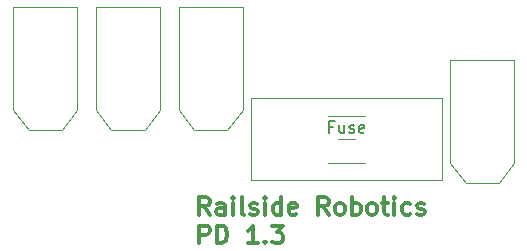
<source format=gbr>
%TF.GenerationSoftware,KiCad,Pcbnew,8.0.5*%
%TF.CreationDate,2024-12-04T12:45:57-05:00*%
%TF.ProjectId,RailsidePDB,5261696c-7369-4646-9550-44422e6b6963,rev?*%
%TF.SameCoordinates,Original*%
%TF.FileFunction,Legend,Top*%
%TF.FilePolarity,Positive*%
%FSLAX46Y46*%
G04 Gerber Fmt 4.6, Leading zero omitted, Abs format (unit mm)*
G04 Created by KiCad (PCBNEW 8.0.5) date 2024-12-04 12:45:57*
%MOMM*%
%LPD*%
G01*
G04 APERTURE LIST*
%ADD10C,0.300000*%
%ADD11C,0.150000*%
%ADD12C,0.120000*%
G04 APERTURE END LIST*
D10*
X85411653Y-81385912D02*
X84911653Y-80671626D01*
X84554510Y-81385912D02*
X84554510Y-79885912D01*
X84554510Y-79885912D02*
X85125939Y-79885912D01*
X85125939Y-79885912D02*
X85268796Y-79957341D01*
X85268796Y-79957341D02*
X85340225Y-80028769D01*
X85340225Y-80028769D02*
X85411653Y-80171626D01*
X85411653Y-80171626D02*
X85411653Y-80385912D01*
X85411653Y-80385912D02*
X85340225Y-80528769D01*
X85340225Y-80528769D02*
X85268796Y-80600198D01*
X85268796Y-80600198D02*
X85125939Y-80671626D01*
X85125939Y-80671626D02*
X84554510Y-80671626D01*
X86697368Y-81385912D02*
X86697368Y-80600198D01*
X86697368Y-80600198D02*
X86625939Y-80457341D01*
X86625939Y-80457341D02*
X86483082Y-80385912D01*
X86483082Y-80385912D02*
X86197368Y-80385912D01*
X86197368Y-80385912D02*
X86054510Y-80457341D01*
X86697368Y-81314484D02*
X86554510Y-81385912D01*
X86554510Y-81385912D02*
X86197368Y-81385912D01*
X86197368Y-81385912D02*
X86054510Y-81314484D01*
X86054510Y-81314484D02*
X85983082Y-81171626D01*
X85983082Y-81171626D02*
X85983082Y-81028769D01*
X85983082Y-81028769D02*
X86054510Y-80885912D01*
X86054510Y-80885912D02*
X86197368Y-80814484D01*
X86197368Y-80814484D02*
X86554510Y-80814484D01*
X86554510Y-80814484D02*
X86697368Y-80743055D01*
X87411653Y-81385912D02*
X87411653Y-80385912D01*
X87411653Y-79885912D02*
X87340225Y-79957341D01*
X87340225Y-79957341D02*
X87411653Y-80028769D01*
X87411653Y-80028769D02*
X87483082Y-79957341D01*
X87483082Y-79957341D02*
X87411653Y-79885912D01*
X87411653Y-79885912D02*
X87411653Y-80028769D01*
X88340225Y-81385912D02*
X88197368Y-81314484D01*
X88197368Y-81314484D02*
X88125939Y-81171626D01*
X88125939Y-81171626D02*
X88125939Y-79885912D01*
X88840225Y-81314484D02*
X88983082Y-81385912D01*
X88983082Y-81385912D02*
X89268796Y-81385912D01*
X89268796Y-81385912D02*
X89411653Y-81314484D01*
X89411653Y-81314484D02*
X89483082Y-81171626D01*
X89483082Y-81171626D02*
X89483082Y-81100198D01*
X89483082Y-81100198D02*
X89411653Y-80957341D01*
X89411653Y-80957341D02*
X89268796Y-80885912D01*
X89268796Y-80885912D02*
X89054511Y-80885912D01*
X89054511Y-80885912D02*
X88911653Y-80814484D01*
X88911653Y-80814484D02*
X88840225Y-80671626D01*
X88840225Y-80671626D02*
X88840225Y-80600198D01*
X88840225Y-80600198D02*
X88911653Y-80457341D01*
X88911653Y-80457341D02*
X89054511Y-80385912D01*
X89054511Y-80385912D02*
X89268796Y-80385912D01*
X89268796Y-80385912D02*
X89411653Y-80457341D01*
X90125939Y-81385912D02*
X90125939Y-80385912D01*
X90125939Y-79885912D02*
X90054511Y-79957341D01*
X90054511Y-79957341D02*
X90125939Y-80028769D01*
X90125939Y-80028769D02*
X90197368Y-79957341D01*
X90197368Y-79957341D02*
X90125939Y-79885912D01*
X90125939Y-79885912D02*
X90125939Y-80028769D01*
X91483083Y-81385912D02*
X91483083Y-79885912D01*
X91483083Y-81314484D02*
X91340225Y-81385912D01*
X91340225Y-81385912D02*
X91054511Y-81385912D01*
X91054511Y-81385912D02*
X90911654Y-81314484D01*
X90911654Y-81314484D02*
X90840225Y-81243055D01*
X90840225Y-81243055D02*
X90768797Y-81100198D01*
X90768797Y-81100198D02*
X90768797Y-80671626D01*
X90768797Y-80671626D02*
X90840225Y-80528769D01*
X90840225Y-80528769D02*
X90911654Y-80457341D01*
X90911654Y-80457341D02*
X91054511Y-80385912D01*
X91054511Y-80385912D02*
X91340225Y-80385912D01*
X91340225Y-80385912D02*
X91483083Y-80457341D01*
X92768797Y-81314484D02*
X92625940Y-81385912D01*
X92625940Y-81385912D02*
X92340226Y-81385912D01*
X92340226Y-81385912D02*
X92197368Y-81314484D01*
X92197368Y-81314484D02*
X92125940Y-81171626D01*
X92125940Y-81171626D02*
X92125940Y-80600198D01*
X92125940Y-80600198D02*
X92197368Y-80457341D01*
X92197368Y-80457341D02*
X92340226Y-80385912D01*
X92340226Y-80385912D02*
X92625940Y-80385912D01*
X92625940Y-80385912D02*
X92768797Y-80457341D01*
X92768797Y-80457341D02*
X92840226Y-80600198D01*
X92840226Y-80600198D02*
X92840226Y-80743055D01*
X92840226Y-80743055D02*
X92125940Y-80885912D01*
X95483082Y-81385912D02*
X94983082Y-80671626D01*
X94625939Y-81385912D02*
X94625939Y-79885912D01*
X94625939Y-79885912D02*
X95197368Y-79885912D01*
X95197368Y-79885912D02*
X95340225Y-79957341D01*
X95340225Y-79957341D02*
X95411654Y-80028769D01*
X95411654Y-80028769D02*
X95483082Y-80171626D01*
X95483082Y-80171626D02*
X95483082Y-80385912D01*
X95483082Y-80385912D02*
X95411654Y-80528769D01*
X95411654Y-80528769D02*
X95340225Y-80600198D01*
X95340225Y-80600198D02*
X95197368Y-80671626D01*
X95197368Y-80671626D02*
X94625939Y-80671626D01*
X96340225Y-81385912D02*
X96197368Y-81314484D01*
X96197368Y-81314484D02*
X96125939Y-81243055D01*
X96125939Y-81243055D02*
X96054511Y-81100198D01*
X96054511Y-81100198D02*
X96054511Y-80671626D01*
X96054511Y-80671626D02*
X96125939Y-80528769D01*
X96125939Y-80528769D02*
X96197368Y-80457341D01*
X96197368Y-80457341D02*
X96340225Y-80385912D01*
X96340225Y-80385912D02*
X96554511Y-80385912D01*
X96554511Y-80385912D02*
X96697368Y-80457341D01*
X96697368Y-80457341D02*
X96768797Y-80528769D01*
X96768797Y-80528769D02*
X96840225Y-80671626D01*
X96840225Y-80671626D02*
X96840225Y-81100198D01*
X96840225Y-81100198D02*
X96768797Y-81243055D01*
X96768797Y-81243055D02*
X96697368Y-81314484D01*
X96697368Y-81314484D02*
X96554511Y-81385912D01*
X96554511Y-81385912D02*
X96340225Y-81385912D01*
X97483082Y-81385912D02*
X97483082Y-79885912D01*
X97483082Y-80457341D02*
X97625940Y-80385912D01*
X97625940Y-80385912D02*
X97911654Y-80385912D01*
X97911654Y-80385912D02*
X98054511Y-80457341D01*
X98054511Y-80457341D02*
X98125940Y-80528769D01*
X98125940Y-80528769D02*
X98197368Y-80671626D01*
X98197368Y-80671626D02*
X98197368Y-81100198D01*
X98197368Y-81100198D02*
X98125940Y-81243055D01*
X98125940Y-81243055D02*
X98054511Y-81314484D01*
X98054511Y-81314484D02*
X97911654Y-81385912D01*
X97911654Y-81385912D02*
X97625940Y-81385912D01*
X97625940Y-81385912D02*
X97483082Y-81314484D01*
X99054511Y-81385912D02*
X98911654Y-81314484D01*
X98911654Y-81314484D02*
X98840225Y-81243055D01*
X98840225Y-81243055D02*
X98768797Y-81100198D01*
X98768797Y-81100198D02*
X98768797Y-80671626D01*
X98768797Y-80671626D02*
X98840225Y-80528769D01*
X98840225Y-80528769D02*
X98911654Y-80457341D01*
X98911654Y-80457341D02*
X99054511Y-80385912D01*
X99054511Y-80385912D02*
X99268797Y-80385912D01*
X99268797Y-80385912D02*
X99411654Y-80457341D01*
X99411654Y-80457341D02*
X99483083Y-80528769D01*
X99483083Y-80528769D02*
X99554511Y-80671626D01*
X99554511Y-80671626D02*
X99554511Y-81100198D01*
X99554511Y-81100198D02*
X99483083Y-81243055D01*
X99483083Y-81243055D02*
X99411654Y-81314484D01*
X99411654Y-81314484D02*
X99268797Y-81385912D01*
X99268797Y-81385912D02*
X99054511Y-81385912D01*
X99983083Y-80385912D02*
X100554511Y-80385912D01*
X100197368Y-79885912D02*
X100197368Y-81171626D01*
X100197368Y-81171626D02*
X100268797Y-81314484D01*
X100268797Y-81314484D02*
X100411654Y-81385912D01*
X100411654Y-81385912D02*
X100554511Y-81385912D01*
X101054511Y-81385912D02*
X101054511Y-80385912D01*
X101054511Y-79885912D02*
X100983083Y-79957341D01*
X100983083Y-79957341D02*
X101054511Y-80028769D01*
X101054511Y-80028769D02*
X101125940Y-79957341D01*
X101125940Y-79957341D02*
X101054511Y-79885912D01*
X101054511Y-79885912D02*
X101054511Y-80028769D01*
X102411655Y-81314484D02*
X102268797Y-81385912D01*
X102268797Y-81385912D02*
X101983083Y-81385912D01*
X101983083Y-81385912D02*
X101840226Y-81314484D01*
X101840226Y-81314484D02*
X101768797Y-81243055D01*
X101768797Y-81243055D02*
X101697369Y-81100198D01*
X101697369Y-81100198D02*
X101697369Y-80671626D01*
X101697369Y-80671626D02*
X101768797Y-80528769D01*
X101768797Y-80528769D02*
X101840226Y-80457341D01*
X101840226Y-80457341D02*
X101983083Y-80385912D01*
X101983083Y-80385912D02*
X102268797Y-80385912D01*
X102268797Y-80385912D02*
X102411655Y-80457341D01*
X102983083Y-81314484D02*
X103125940Y-81385912D01*
X103125940Y-81385912D02*
X103411654Y-81385912D01*
X103411654Y-81385912D02*
X103554511Y-81314484D01*
X103554511Y-81314484D02*
X103625940Y-81171626D01*
X103625940Y-81171626D02*
X103625940Y-81100198D01*
X103625940Y-81100198D02*
X103554511Y-80957341D01*
X103554511Y-80957341D02*
X103411654Y-80885912D01*
X103411654Y-80885912D02*
X103197369Y-80885912D01*
X103197369Y-80885912D02*
X103054511Y-80814484D01*
X103054511Y-80814484D02*
X102983083Y-80671626D01*
X102983083Y-80671626D02*
X102983083Y-80600198D01*
X102983083Y-80600198D02*
X103054511Y-80457341D01*
X103054511Y-80457341D02*
X103197369Y-80385912D01*
X103197369Y-80385912D02*
X103411654Y-80385912D01*
X103411654Y-80385912D02*
X103554511Y-80457341D01*
X84554510Y-83800828D02*
X84554510Y-82300828D01*
X84554510Y-82300828D02*
X85125939Y-82300828D01*
X85125939Y-82300828D02*
X85268796Y-82372257D01*
X85268796Y-82372257D02*
X85340225Y-82443685D01*
X85340225Y-82443685D02*
X85411653Y-82586542D01*
X85411653Y-82586542D02*
X85411653Y-82800828D01*
X85411653Y-82800828D02*
X85340225Y-82943685D01*
X85340225Y-82943685D02*
X85268796Y-83015114D01*
X85268796Y-83015114D02*
X85125939Y-83086542D01*
X85125939Y-83086542D02*
X84554510Y-83086542D01*
X86054510Y-83800828D02*
X86054510Y-82300828D01*
X86054510Y-82300828D02*
X86411653Y-82300828D01*
X86411653Y-82300828D02*
X86625939Y-82372257D01*
X86625939Y-82372257D02*
X86768796Y-82515114D01*
X86768796Y-82515114D02*
X86840225Y-82657971D01*
X86840225Y-82657971D02*
X86911653Y-82943685D01*
X86911653Y-82943685D02*
X86911653Y-83157971D01*
X86911653Y-83157971D02*
X86840225Y-83443685D01*
X86840225Y-83443685D02*
X86768796Y-83586542D01*
X86768796Y-83586542D02*
X86625939Y-83729400D01*
X86625939Y-83729400D02*
X86411653Y-83800828D01*
X86411653Y-83800828D02*
X86054510Y-83800828D01*
X89483082Y-83800828D02*
X88625939Y-83800828D01*
X89054510Y-83800828D02*
X89054510Y-82300828D01*
X89054510Y-82300828D02*
X88911653Y-82515114D01*
X88911653Y-82515114D02*
X88768796Y-82657971D01*
X88768796Y-82657971D02*
X88625939Y-82729400D01*
X90125938Y-83657971D02*
X90197367Y-83729400D01*
X90197367Y-83729400D02*
X90125938Y-83800828D01*
X90125938Y-83800828D02*
X90054510Y-83729400D01*
X90054510Y-83729400D02*
X90125938Y-83657971D01*
X90125938Y-83657971D02*
X90125938Y-83800828D01*
X90697367Y-82300828D02*
X91625939Y-82300828D01*
X91625939Y-82300828D02*
X91125939Y-82872257D01*
X91125939Y-82872257D02*
X91340224Y-82872257D01*
X91340224Y-82872257D02*
X91483082Y-82943685D01*
X91483082Y-82943685D02*
X91554510Y-83015114D01*
X91554510Y-83015114D02*
X91625939Y-83157971D01*
X91625939Y-83157971D02*
X91625939Y-83515114D01*
X91625939Y-83515114D02*
X91554510Y-83657971D01*
X91554510Y-83657971D02*
X91483082Y-83729400D01*
X91483082Y-83729400D02*
X91340224Y-83800828D01*
X91340224Y-83800828D02*
X90911653Y-83800828D01*
X90911653Y-83800828D02*
X90768796Y-83729400D01*
X90768796Y-83729400D02*
X90697367Y-83657971D01*
D11*
X95857142Y-73931009D02*
X95523809Y-73931009D01*
X95523809Y-74454819D02*
X95523809Y-73454819D01*
X95523809Y-73454819D02*
X95999999Y-73454819D01*
X96809523Y-73788152D02*
X96809523Y-74454819D01*
X96380952Y-73788152D02*
X96380952Y-74311961D01*
X96380952Y-74311961D02*
X96428571Y-74407200D01*
X96428571Y-74407200D02*
X96523809Y-74454819D01*
X96523809Y-74454819D02*
X96666666Y-74454819D01*
X96666666Y-74454819D02*
X96761904Y-74407200D01*
X96761904Y-74407200D02*
X96809523Y-74359580D01*
X97238095Y-74407200D02*
X97333333Y-74454819D01*
X97333333Y-74454819D02*
X97523809Y-74454819D01*
X97523809Y-74454819D02*
X97619047Y-74407200D01*
X97619047Y-74407200D02*
X97666666Y-74311961D01*
X97666666Y-74311961D02*
X97666666Y-74264342D01*
X97666666Y-74264342D02*
X97619047Y-74169104D01*
X97619047Y-74169104D02*
X97523809Y-74121485D01*
X97523809Y-74121485D02*
X97380952Y-74121485D01*
X97380952Y-74121485D02*
X97285714Y-74073866D01*
X97285714Y-74073866D02*
X97238095Y-73978628D01*
X97238095Y-73978628D02*
X97238095Y-73931009D01*
X97238095Y-73931009D02*
X97285714Y-73835771D01*
X97285714Y-73835771D02*
X97380952Y-73788152D01*
X97380952Y-73788152D02*
X97523809Y-73788152D01*
X97523809Y-73788152D02*
X97619047Y-73835771D01*
X98476190Y-74407200D02*
X98380952Y-74454819D01*
X98380952Y-74454819D02*
X98190476Y-74454819D01*
X98190476Y-74454819D02*
X98095238Y-74407200D01*
X98095238Y-74407200D02*
X98047619Y-74311961D01*
X98047619Y-74311961D02*
X98047619Y-73931009D01*
X98047619Y-73931009D02*
X98095238Y-73835771D01*
X98095238Y-73835771D02*
X98190476Y-73788152D01*
X98190476Y-73788152D02*
X98380952Y-73788152D01*
X98380952Y-73788152D02*
X98476190Y-73835771D01*
X98476190Y-73835771D02*
X98523809Y-73931009D01*
X98523809Y-73931009D02*
X98523809Y-74026247D01*
X98523809Y-74026247D02*
X98047619Y-74121485D01*
D12*
%TO.C,BT2*%
X75790000Y-63790000D02*
X81210000Y-63790000D01*
X75790000Y-72510000D02*
X75790000Y-63790000D01*
X77090000Y-74210000D02*
X75790000Y-72510000D01*
X77090000Y-74210000D02*
X79910000Y-74210000D01*
X79910000Y-74210000D02*
X81210000Y-72510000D01*
X81210000Y-72510000D02*
X81210000Y-63790000D01*
%TO.C,BT3*%
X68790000Y-63790000D02*
X74210000Y-63790000D01*
X68790000Y-72510000D02*
X68790000Y-63790000D01*
X70090000Y-74210000D02*
X68790000Y-72510000D01*
X70090000Y-74210000D02*
X72910000Y-74210000D01*
X72910000Y-74210000D02*
X74210000Y-72510000D01*
X74210000Y-72510000D02*
X74210000Y-63790000D01*
%TO.C,BT4*%
X105790000Y-68290000D02*
X111210000Y-68290000D01*
X105790000Y-77010000D02*
X105790000Y-68290000D01*
X107090000Y-78710000D02*
X105790000Y-77010000D01*
X107090000Y-78710000D02*
X109910000Y-78710000D01*
X109910000Y-78710000D02*
X111210000Y-77010000D01*
X111210000Y-77010000D02*
X111210000Y-68290000D01*
%TO.C,Fuse*%
X88900000Y-71530000D02*
X88900000Y-78470000D01*
X88900000Y-78470000D02*
X105100000Y-78470000D01*
X95400000Y-73000000D02*
X98600000Y-73000000D01*
X96250000Y-75000000D02*
X97750000Y-75000000D01*
X98600000Y-77000000D02*
X95400000Y-77000000D01*
X105100000Y-71530000D02*
X88900000Y-71530000D01*
X105100000Y-78470000D02*
X105100000Y-71530000D01*
%TO.C,BT1*%
X82790000Y-63790000D02*
X88210000Y-63790000D01*
X82790000Y-72510000D02*
X82790000Y-63790000D01*
X84090000Y-74210000D02*
X82790000Y-72510000D01*
X84090000Y-74210000D02*
X86910000Y-74210000D01*
X86910000Y-74210000D02*
X88210000Y-72510000D01*
X88210000Y-72510000D02*
X88210000Y-63790000D01*
%TD*%
M02*

</source>
